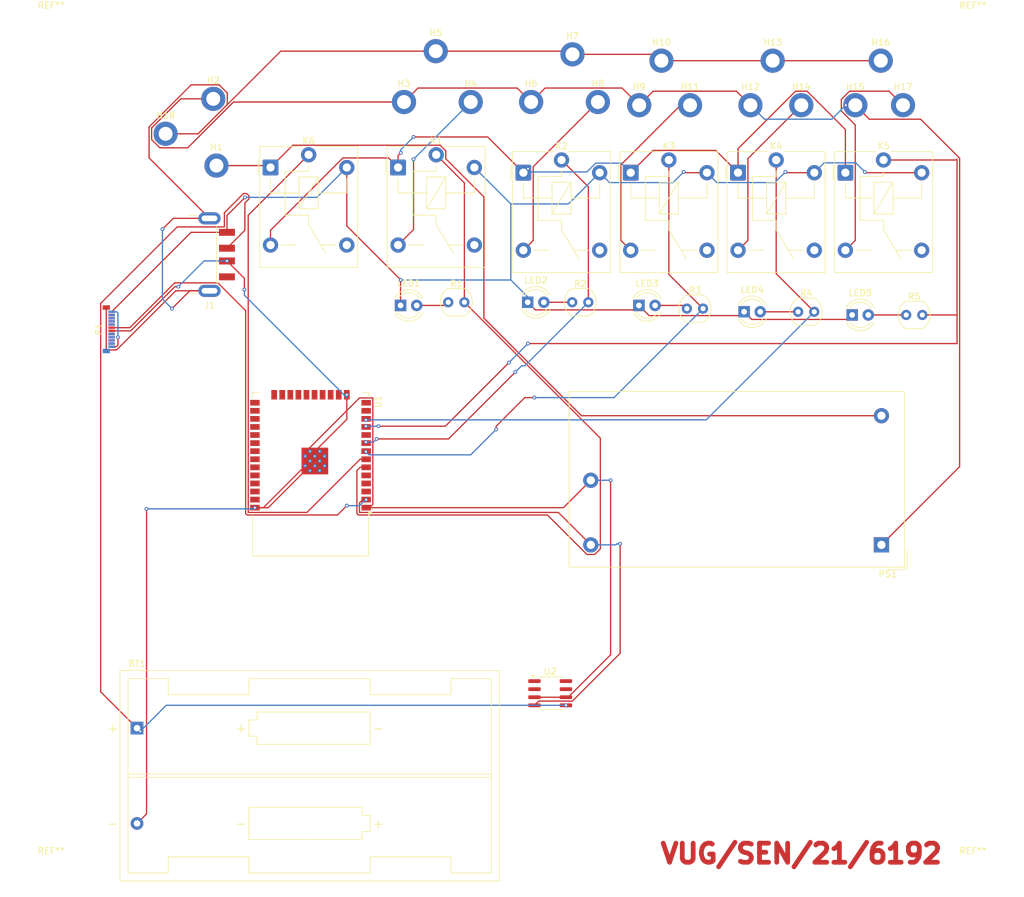
<source format=kicad_pcb>
(kicad_pcb (version 20241229) (generator "pcbnew") (generator_version "9.0")
  (title_block (title "Ephraim - Smart Extension") (date "2025-04-29") (rev "0.0.0"))
  (layers (0 "F.Cu" signal) (2 "B.Cu" signal) (13 "F.Paste" user) (15 "B.Paste" user) (5 "F.SilkS" user "F.Silkscreen") (7 "B.SilkS" user "B.Silkscreen") (1 "F.Mask" user) (3 "B.Mask" user) (25 "Edge.Cuts" user))
  (net 0 "")
  (net 1 "AC (L)")
  (net 2 "AC (N)")
  (net 3 "Net-(H4-Pad1)")
  (net 4 "Earth")
  (net 5 "Net-(H8-Pad1)")
  (net 6 "Net-(H11-Pad1)")
  (net 7 "Net-(H14-Pad1)")
  (net 8 "Net-(H17-Pad1)")
  (net 10 "Net-(K1-PadA1)")
  (net 11 "GND")
  (net 12 "IO34")
  (net 14 "IO33")
  (net 16 "IO32")
  (net 18 "IO27")
  (net 20 "IO26")
  (net 21 "IO35")
  (net 23 "Net-(LED1-A)")
  (net 24 "Net-(LED2-A)")
  (net 25 "Net-(LED3-A)")
  (net 26 "Net-(LED4-A)")
  (net 27 "Net-(LED5-A)")
  (net 28 "- BAT")
  (net 29 "+ V out")
  (net 58 "+ BAT")
  (footprint "MountingHole:MountingHole_2.2mm_M2_DIN965_Pad" (layer "F.Cu") (at 135 31.5)
    (property "Reference" "H7")
    (property "Value" "MountingHole_Pad")
  )
  (footprint "Connector_USB:USB_A_CNCTech_1001-011-01101_Horizontal" (layer "F.Cu") (at 71 63 180)
    (property "Reference" "J1")
    (property "Value" "USB_A")
  )
  (footprint "MountingHole:MountingHole_2.2mm_M2_DIN965_Pad" (layer "F.Cu") (at 171 39.5)
    (property "Reference" "H14")
    (property "Value" "MountingHole_Pad")
  )
  (footprint "Relay_THT:Relay_SPDT_Finder_36.11" (layer "F.Cu") (at 161.05 50.12)
    (property "Reference" "K4")
    (property "Value" "Relay_SPDT")
  )
  (footprint "LED_THT:LED_D4.0mm" (layer "F.Cu") (at 162 72)
    (property "Reference" "LED4")
    (property "Value" "LED")
  )
  (footprint "MountingHole:MountingHole_2.2mm_M2_DIN965_Pad" (layer "F.Cu") (at 113.5 31)
    (property "Reference" "H5")
    (property "Value" "MountingHole_Pad")
  )
  (footprint "MountingHole:MountingHole_2.2mm_M2_DIN965_Pad" (layer "F.Cu") (at 179.5 39.5)
    (property "Reference" "H15")
    (property "Value" "MountingHole_Pad")
  )
  (footprint "OptoDevice:R_LDR_4.9x4.2mm_P2.54mm_Vertical" (layer "F.Cu") (at 187.5 72.5)
    (property "Reference" "R5")
    (property "Value" "R")
  )
  (footprint "Relay_THT:Relay_SPDT_Finder_36.11" (layer "F.Cu") (at 107.5675 49.3)
    (property "Reference" "K1")
    (property "Value" "Relay_SPDT")
  )
  (footprint "OptoDevice:R_LDR_4.9x4.2mm_P2.54mm_Vertical" (layer "F.Cu") (at 170.5 72)
    (property "Reference" "R4")
    (property "Value" "R")
  )
  (footprint "MountingHole:MountingHole_2.1mm" (layer "F.Cu") (at 198 27)
    (property "Reference" "REF**")
    (property "Value" "MountingHole_2.1mm")
  )
  (footprint "Relay_THT:Relay_SPDT_Finder_36.11" (layer "F.Cu") (at 177.935 50.12)
    (property "Reference" "K5")
    (property "Value" "Relay_SPDT")
  )
  (footprint "LED_THT:LED_D4.0mm" (layer "F.Cu") (at 179 72.5)
    (property "Reference" "LED5")
    (property "Value" "LED")
  )
  (footprint "MountingHole:MountingHole_2.2mm_M2_DIN965_Pad" (layer "F.Cu") (at 128.5 39)
    (property "Reference" "H6")
    (property "Value" "MountingHole_Pad")
  )
  (footprint "MountingHole:MountingHole_2.2mm_M2_DIN965_Pad" (layer "F.Cu") (at 119 39)
    (property "Reference" "H4")
    (property "Value" "MountingHole_Pad")
  )
  (footprint "LED_THT:LED_D4.0mm" (layer "F.Cu") (at 107.96 71)
    (property "Reference" "LED1")
    (property "Value" "LED")
  )
  (footprint "MountingHole:MountingHole_2.2mm_M2_DIN965_Pad" (layer "F.Cu") (at 163 39.5)
    (property "Reference" "H12")
    (property "Value" "MountingHole_Pad")
  )
  (footprint "Connector_USB:USB_C_Plug_Molex_105444" (layer "F.Cu") (at 62.54 74.75 -90)
    (property "Reference" "P1")
    (property "Value" "USB_C_Plug_USB2.0")
  )
  (footprint "Package_SO:SOIC-8_3.9x4.9mm_P1.27mm" (layer "F.Cu") (at 131.5 132)
    (property "Reference" "U2")
    (property "Value" "MAX1811")
  )
  (footprint "LED_THT:LED_D4.0mm" (layer "F.Cu") (at 145.46 71)
    (property "Reference" "LED3")
    (property "Value" "LED")
  )
  (footprint "MountingHole:MountingHole_2.2mm_M2_DIN965_Pad" (layer "F.Cu") (at 153.5 39.5)
    (property "Reference" "H11")
    (property "Value" "MountingHole_Pad")
  )
  (footprint "Converter_ACDC:Converter_ACDC_Recom_RAC20-xxSK_THT" (layer "F.Cu") (at 183.6075 108.6675 180)
    (property "Reference" "PS1")
    (property "Value" "RAC20-05SK")
  )
  (footprint "OptoDevice:R_LDR_4.9x4.2mm_P2.54mm_Vertical" (layer "F.Cu") (at 134.96 70.5)
    (property "Reference" "R2")
    (property "Value" "R")
  )
  (footprint "MountingHole:MountingHole_2.2mm_M2_DIN965_Pad" (layer "F.Cu") (at 78.5 38.5)
    (property "Reference" "H2")
    (property "Value" "MountingHole_Pad")
  )
  (footprint "MountingHole:MountingHole_2.1mm" (layer "F.Cu") (at 198 160)
    (property "Reference" "REF**")
    (property "Value" "MountingHole_2.1mm")
  )
  (footprint "MountingHole:MountingHole_2.2mm_M2_DIN965_Pad" (layer "F.Cu") (at 71 44)
    (property "Reference" "H18")
    (property "Value" "MountingHole_Pad")
  )
  (footprint "OptoDevice:R_LDR_4.9x4.2mm_P2.54mm_Vertical" (layer "F.Cu") (at 115.46 70.5)
    (property "Reference" "R1")
    (property "Value" "R")
  )
  (footprint "Relay_THT:Relay_SPDT_Finder_36.11" (layer "F.Cu") (at 144.165 50.12)
    (property "Reference" "K3")
    (property "Value" "Relay_SPDT")
  )
  (footprint "Battery:BatteryHolder_Keystone_2462_2xAA" (layer "F.Cu") (at 66.5 137.5)
    (property "Reference" "BT1")
    (property "Value" "Battery")
  )
  (footprint "MountingHole:MountingHole_2.1mm" (layer "F.Cu") (at 53 27)
    (property "Reference" "REF**")
    (property "Value" "MountingHole_2.1mm")
  )
  (footprint "Relay_THT:Relay_SPDT_Finder_36.11" (layer "F.Cu") (at 87.5 49.3)
    (property "Reference" "K6")
    (property "Value" "Relay_SPDT")
  )
  (footprint "MountingHole:MountingHole_2.2mm_M2_DIN965_Pad" (layer "F.Cu") (at 108.5 39)
    (property "Reference" "H3")
    (property "Value" "MountingHole_Pad")
  )
  (footprint "RF_Module:ESP32-WROOM-32" (layer "F.Cu") (at 93.795 94.565 180)
    (property "Reference" "U1")
    (property "Value" "ESP32-WROOM-32")
  )
  (footprint "MountingHole:MountingHole_2.1mm" (layer "F.Cu") (at 53 160)
    (property "Reference" "REF**")
    (property "Value" "MountingHole_2.1mm")
  )
  (footprint "OptoDevice:R_LDR_4.9x4.2mm_P2.54mm_Vertical" (layer "F.Cu") (at 153 71.5)
    (property "Reference" "R3")
    (property "Value" "R")
  )
  (footprint "MountingHole:MountingHole_2.2mm_M2_DIN965_Pad" (layer "F.Cu") (at 166.5 32.5)
    (property "Reference" "H13")
    (property "Value" "MountingHole_Pad")
  )
  (footprint "MountingHole:MountingHole_2.2mm_M2_DIN965_Pad" (layer "F.Cu") (at 183.5 32.5)
    (property "Reference" "H16")
    (property "Value" "MountingHole_Pad")
  )
  (footprint "Relay_THT:Relay_SPDT_Finder_36.11" (layer "F.Cu") (at 127.28 50.12)
    (property "Reference" "K2")
    (property "Value" "Relay_SPDT")
  )
  (footprint "MountingHole:MountingHole_2.2mm_M2_DIN965_Pad" (layer "F.Cu") (at 187 39.5)
    (property "Reference" "H17")
    (property "Value" "MountingHole_Pad")
  )
  (footprint "MountingHole:MountingHole_2.2mm_M2_DIN965_Pad" (layer "F.Cu") (at 145.5 39.5)
    (property "Reference" "H9")
    (property "Value" "MountingHole_Pad")
  )
  (footprint "MountingHole:MountingHole_2.2mm_M2_DIN965_Pad" (layer "F.Cu") (at 149 32.5)
    (property "Reference" "H10")
    (property "Value" "MountingHole_Pad")
  )
  (footprint "MountingHole:MountingHole_2.2mm_M2_DIN965_Pad" (layer "F.Cu") (at 79 49)
    (property "Reference" "H1")
    (property "Value" "MountingHole_Pad")
  )
  (footprint "MountingHole:MountingHole_2.2mm_M2_DIN965_Pad" (layer "F.Cu") (at 139 39)
    (property "Reference" "H8")
    (property "Value" "MountingHole_Pad")
  )
  (footprint "LED_THT:LED_D4.0mm" (layer "F.Cu") (at 127.96 70.5)
    (property "Reference" "LED2")
    (property "Value" "LED")
  )
  (gr_text "VUG/SEN/21/6192" (at 148.5 159 0) (layer "F.Cu") (effects (font (size 3 3) (thickness 0.75) (bold yes)) (justify left bottom)))
  (segment (start 87.2 49) (end 87.5 49.3) (width 0.2) (layer "F.Cu") (net 1))
  (segment (start 121.0685 73.0014) (end 121.0685 53.921735) (width 0.2) (layer "F.Cu") (net 1))
  (segment (start 115.0685 46.678265) (end 114.189235 45.799) (width 0.2) (layer "F.Cu") (net 1))
  (segment (start 115.0685 47.921735) (end 115.0685 46.678265) (width 0.2) (layer "F.Cu") (net 1))
  (segment (start 114.189235 45.799) (end 91.001 45.799) (width 0.2) (layer "F.Cu") (net 1))
  (segment (start 79 49) (end 87.2 49) (width 0.2) (layer "F.Cu") (net 1))
  (segment (start 136.4146 88.3475) (end 121.0685 73.0014) (width 0.2) (layer "F.Cu") (net 1))
  (segment (start 121.0685 53.921735) (end 115.0685 47.921735) (width 0.2) (layer "F.Cu") (net 1))
  (segment (start 91.001 45.799) (end 87.5 49.3) (width 0.2) (layer "F.Cu") (net 1))
  (segment (start 183.6075 88.3475) (end 136.4146 88.3475) (width 0.2) (layer "F.Cu") (net 1))
  (segment (start 68.799 43.088315) (end 73.387315 38.5) (width 0.2) (layer "F.Cu") (net 2))
  (segment (start 195.901 96.374) (end 195.901 47.8339) (width 0.2) (layer "F.Cu") (net 2))
  (segment (start 147.701 37.299) (end 145.5 39.5) (width 0.2) (layer "F.Cu") (net 2))
  (segment (start 130.701 36.799) (end 128.5 39) (width 0.2) (layer "F.Cu") (net 2))
  (segment (start 74.478785 46.201) (end 70.088315 46.201) (width 0.2) (layer "F.Cu") (net 2))
  (segment (start 128.5 39) (end 126.299 36.799) (width 0.2) (layer "F.Cu") (net 2))
  (segment (start 68.799 44.911685) (end 68.799 43.088315) (width 0.2) (layer "F.Cu") (net 2))
  (segment (start 81.679785 39) (end 74.478785 46.201) (width 0.2) (layer "F.Cu") (net 2))
  (segment (start 195.901 47.8339) (end 189.7681 41.701) (width 0.2) (layer "F.Cu") (net 2))
  (segment (start 183.6075 108.6675) (end 195.901 96.374) (width 0.2) (layer "F.Cu") (net 2))
  (segment (start 142.799 36.799) (end 130.701 36.799) (width 0.2) (layer "F.Cu") (net 2))
  (segment (start 110.701 36.799) (end 108.5 39) (width 0.2) (layer "F.Cu") (net 2))
  (segment (start 126.299 36.799) (end 110.701 36.799) (width 0.2) (layer "F.Cu") (net 2))
  (segment (start 179.5 39.5) (end 178 39.5) (width 0.2) (layer "F.Cu") (net 2))
  (segment (start 70.088315 46.201) (end 68.799 44.911685) (width 0.2) (layer "F.Cu") (net 2))
  (segment (start 189.7681 41.701) (end 181.701 41.701) (width 0.2) (layer "F.Cu") (net 2))
  (segment (start 73.387315 38.5) (end 78.5 38.5) (width 0.2) (layer "F.Cu") (net 2))
  (segment (start 160.799 37.299) (end 147.701 37.299) (width 0.2) (layer "F.Cu") (net 2))
  (segment (start 145.5 39.5) (end 142.799 36.799) (width 0.2) (layer "F.Cu") (net 2))
  (segment (start 181.701 41.701) (end 179.5 39.5) (width 0.2) (layer "F.Cu") (net 2))
  (segment (start 108.5 39) (end 81.679785 39) (width 0.2) (layer "F.Cu") (net 2))
  (segment (start 163 39.5) (end 160.799 37.299) (width 0.2) (layer "F.Cu") (net 2))
  (via (at 178 39.5) (size 0.6) (drill 0.3) (layers "F.Cu" "B.Cu") (net 2))
  (segment (start 175.799 41.701) (end 165.201 41.701) (width 0.2) (layer "B.Cu") (net 2))
  (segment (start 165.201 41.701) (end 163 39.5) (width 0.2) (layer "B.Cu") (net 2))
  (segment (start 178 39.5) (end 175.799 41.701) (width 0.2) (layer "B.Cu") (net 2))
  (segment (start 107.5675 61.5) (end 110 59.0675) (width 0.2) (layer "F.Cu") (net 3))
  (segment (start 110 59.0675) (end 110 48) (width 0.2) (layer "F.Cu") (net 3))
  (segment (start 119 38.5) (end 119 39) (width 0.2) (layer "F.Cu") (net 3))
  (via (at 110 48) (size 0.6) (drill 0.3) (layers "F.Cu" "B.Cu") (net 3))
  (segment (start 110 48) (end 119 39) (width 0.2) (layer "B.Cu") (net 3))
  (segment (start 74.8 68.7) (end 77.9 68.7) (width 0.2) (layer "F.Cu") (net 4))
  (segment (start 76.112685 44) (end 71 44) (width 0.2) (layer "F.Cu") (net 4))
  (segment (start 134.5 31) (end 135 31.5) (width 0.2) (layer "F.Cu") (net 4))
  (segment (start 68.398 42.922215) (end 75.021215 36.299) (width 0.2) (layer "F.Cu") (net 4))
  (segment (start 80.701 39.411685) (end 76.112685 44) (width 0.2) (layer "F.Cu") (net 4))
  (segment (start 72 71.5) (end 74.8 68.7) (width 0.2) (layer "F.Cu") (net 4))
  (segment (start 113.5 31) (end 134.5 31) (width 0.2) (layer "F.Cu") (net 4))
  (segment (start 149 32.5) (end 166.5 32.5) (width 0.2) (layer "F.Cu") (net 4))
  (segment (start 166.5 32.5) (end 183.5 32.5) (width 0.2) (layer "F.Cu") (net 4))
  (segment (start 113.5 31) (end 89.112685 31) (width 0.2) (layer "F.Cu") (net 4))
  (segment (start 89.112685 31) (end 76.112685 44) (width 0.2) (layer "F.Cu") (net 4))
  (segment (start 80.701 37.588315) (end 80.701 39.411685) (width 0.2) (layer "F.Cu") (net 4))
  (segment (start 63.292 78) (end 72.592 68.7) (width 0.2) (layer "F.Cu") (net 4))
  (segment (start 77.9 57.3) (end 72.2 57.3) (width 0.2) (layer "F.Cu") (net 4))
  (segment (start 72.592 68.7) (end 77.9 68.7) (width 0.2) (layer "F.Cu") (net 4))
  (segment (start 77.9 57.3) (end 68.398 47.798) (width 0.2) (layer "F.Cu") (net 4))
  (segment (start 79.411685 36.299) (end 80.701 37.588315) (width 0.2) (layer "F.Cu") (net 4))
  (segment (start 75.021215 36.299) (end 79.411685 36.299) (width 0.2) (layer "F.Cu") (net 4))
  (segment (start 72.2 57.3) (end 70.5 59) (width 0.2) (layer "F.Cu") (net 4))
  (segment (start 61.5 78) (end 63.292 78) (width 0.2) (layer "F.Cu") (net 4))
  (segment (start 148 31.5) (end 149 32.5) (width 0.2) (layer "F.Cu") (net 4))
  (segment (start 135 31.5) (end 148 31.5) (width 0.2) (layer "F.Cu") (net 4))
  (segment (start 61.66 77.84) (end 61.5 78) (width 0.2) (layer "F.Cu") (net 4))
  (segment (start 61.66 71.33) (end 61.66 77.84) (width 0.2) (layer "F.Cu") (net 4))
  (segment (start 68.398 47.798) (end 68.398 42.922215) (width 0.2) (layer "F.Cu") (net 4))
  (via (at 72 71.5) (size 0.6) (drill 0.3) (layers "F.Cu" "B.Cu") (net 4))
  (via (at 70.5 59) (size 0.6) (drill 0.3) (layers "F.Cu" "B.Cu") (net 4))
  (segment (start 70.5 70) (end 72 71.5) (width 0.2) (layer "B.Cu") (net 4))
  (segment (start 70.5 59) (end 70.5 70) (width 0.2) (layer "B.Cu") (net 4))
  (segment (start 128.831 49.169) (end 139 39) (width 0.2) (layer "F.Cu") (net 5))
  (segment (start 127.28 62.32) (end 128.831 60.769) (width 0.2) (layer "F.Cu") (net 5))
  (segment (start 128.831 60.769) (end 128.831 49.169) (width 0.2) (layer "F.Cu") (net 5))
  (segment (start 144.165 62.32) (end 142.614 60.769) (width 0.2) (layer "F.Cu") (net 6))
  (segment (start 142.614 60.769) (end 142.614 48.88484) (width 0.2) (layer "F.Cu") (net 6))
  (segment (start 142.614 48.88484) (end 151.99884 39.5) (width 0.2) (layer "F.Cu") (net 6))
  (segment (start 151.99884 39.5) (end 153.5 39.5) (width 0.2) (layer "F.Cu") (net 6))
  (segment (start 162.601 60.769) (end 162.601 47.899) (width 0.2) (layer "F.Cu") (net 7))
  (segment (start 162.601 47.899) (end 171 39.5) (width 0.2) (layer "F.Cu") (net 7))
  (segment (start 161.05 62.32) (end 162.601 60.769) (width 0.2) (layer "F.Cu") (net 7))
  (segment (start 184.799 37.299) (end 187 39.5) (width 0.2) (layer "F.Cu") (net 8))
  (segment (start 178.588315 37.299) (end 184.799 37.299) (width 0.2) (layer "F.Cu") (net 8))
  (segment (start 177.299 38.588315) (end 178.588315 37.299) (width 0.2) (layer "F.Cu") (net 8))
  (segment (start 177.935 62.32) (end 179.486 60.769) (width 0.2) (layer "F.Cu") (net 8))
  (segment (start 179.486 60.769) (end 179.486 42.598685) (width 0.2) (layer "F.Cu") (net 8))
  (segment (start 177.299 40.411685) (end 177.299 38.588315) (width 0.2) (layer "F.Cu") (net 8))
  (segment (start 179.486 42.598685) (end 177.299 40.411685) (width 0.2) (layer "F.Cu") (net 8))
  (segment (start 157.549 46.619) (end 147.666 46.619) (width 0.2) (layer "F.Cu") (net 10))
  (segment (start 147.666 46.619) (end 144.165 50.12) (width 0.2) (layer "F.Cu") (net 10))
  (segment (start 161.05 50.12) (end 157.549 46.619) (width 0.2) (layer "F.Cu") (net 10))
  (segment (start 170.088315 37.299) (end 161.05 46.337315) (width 0.2) (layer "F.Cu") (net 10))
  (segment (start 121.66 44.5) (end 127.28 50.12) (width 0.2) (layer "F.Cu") (net 10))
  (segment (start 127.28 50.12) (end 127.38 50.12) (width 0.2) (layer "F.Cu") (net 10))
  (segment (start 161.05 46.337315) (end 161.05 50.12) (width 0.2) (layer "F.Cu") (net 10))
  (segment (start 177.935 43.322315) (end 171.911685 37.299) (width 0.2) (layer "F.Cu") (net 10))
  (segment (start 110 44.5) (end 121.66 44.5) (width 0.2) (layer "F.Cu") (net 10))
  (segment (start 107.5675 49.3) (end 107.5675 47.4325) (width 0.2) (layer "F.Cu") (net 10))
  (segment (start 98.878265 47.799) (end 106.0665 47.799) (width 0.2) (layer "F.Cu") (net 10))
  (segment (start 127.38 50.12) (end 128 49.5) (width 0.2) (layer "F.Cu") (net 10))
  (segment (start 171.911685 37.299) (end 170.088315 37.299) (width 0.2) (layer "F.Cu") (net 10))
  (segment (start 177.935 50.12) (end 177.935 43.322315) (width 0.2) (layer "F.Cu") (net 10))
  (segment (start 87.5 61.5) (end 87.5 59.177265) (width 0.2) (layer "F.Cu") (net 10))
  (segment (start 106.0665 47.799) (end 107.5675 49.3) (width 0.2) (layer "F.Cu") (net 10))
  (segment (start 87.5 59.177265) (end 98.878265 47.799) (width 0.2) (layer "F.Cu") (net 10))
  (segment (start 107.5675 47.4325) (end 108 47) (width 0.2) (layer "F.Cu") (net 10))
  (via (at 108 47) (size 0.6) (drill 0.3) (layers "F.Cu" "B.Cu") (net 10))
  (via (at 110 44.5) (size 0.6) (drill 0.3) (layers "F.Cu" "B.Cu") (net 10))
  (via (at 128 49.5) (size 0.6) (drill 0.3) (layers "F.Cu" "B.Cu") (net 10))
  (segment (start 128.5 50) (end 137.277265 50) (width 0.2) (layer "B.Cu") (net 10))
  (segment (start 108 47) (end 108 46.5) (width 0.2) (layer "B.Cu") (net 10))
  (segment (start 138.658265 48.619) (end 142.664 48.619) (width 0.2) (layer "B.Cu") (net 10))
  (segment (start 128 49.5) (end 128.5 50) (width 0.2) (layer "B.Cu") (net 10))
  (segment (start 142.664 48.619) (end 144.165 50.12) (width 0.2) (layer "B.Cu") (net 10))
  (segment (start 108 46.5) (end 110 44.5) (width 0.2) (layer "B.Cu") (net 10))
  (segment (start 137.277265 50) (end 138.658265 48.619) (width 0.2) (layer "B.Cu") (net 10))
  (segment (start 62.5 72) (end 75 59.5) (width 0.2) (layer "F.Cu") (net 11))
  (segment (start 107.96 71) (end 107.96 67.04) (width 0.2) (layer "F.Cu") (net 11))
  (segment (start 75 59.5) (end 80.65 59.5) (width 0.2) (layer "F.Cu") (net 11))
  (segment (start 99.5 58.5) (end 99.5 49.3) (width 0.2) (layer "F.Cu") (net 11))
  (segment (start 162 72) (end 163.201 73.201) (width 0.2) (layer "F.Cu") (net 11))
  (segment (start 63.5 77.2249) (end 63.5 76) (width 0.2) (layer "F.Cu") (net 11))
  (segment (start 80.65 59.5) (end 80.65 56.85) (width 0.2) (layer "F.Cu") (net 11))
  (segment (start 161.399 72.601) (end 162 72) (width 0.2) (layer "F.Cu") (net 11))
  (segment (start 168.62 50.12) (end 168.5 50) (width 0.2) (layer "F.Cu") (net 11))
  (segment (start 189.935 50.12) (end 181.12 50.12) (width 0.2) (layer "F.Cu") (net 11))
  (segment (start 80.65 56.85) (end 83.5 54) (width 0.2) (layer "F.Cu") (net 11))
  (segment (start 152.62 50.12) (end 152.5 50) (width 0.2) (layer "F.Cu") (net 11))
  (segment (start 63.2249 77.5) (end 63.5 77.2249) (width 0.2) (layer "F.Cu") (net 11))
  (segment (start 178.299 73.201) (end 179 72.5) (width 0.2) (layer "F.Cu") (net 11))
  (segment (start 156.165 50.12) (end 152.62 50.12) (width 0.2) (layer "F.Cu") (net 11))
  (segment (start 147.061 72.601) (end 161.399 72.601) (width 0.2) (layer "F.Cu") (net 11))
  (segment (start 173.05 50.12) (end 168.62 50.12) (width 0.2) (layer "F.Cu") (net 11))
  (segment (start 107.96 67.04) (end 108 67) (width 0.2) (layer "F.Cu") (net 11))
  (segment (start 108 67) (end 99.5 58.5) (width 0.2) (layer "F.Cu") (net 11))
  (segment (start 163.201 73.201) (end 178.299 73.201) (width 0.2) (layer "F.Cu") (net 11))
  (segment (start 144.759 71.701) (end 145.46 71) (width 0.2) (layer "F.Cu") (net 11))
  (segment (start 129.161 71.701) (end 144.759 71.701) (width 0.2) (layer "F.Cu") (net 11))
  (segment (start 181.12 50.12) (end 181 50) (width 0.2) (layer "F.Cu") (net 11))
  (segment (start 62.5 77.5) (end 63.2249 77.5) (width 0.2) (layer "F.Cu") (net 11))
  (segment (start 145.46 71) (end 147.061 72.601) (width 0.2) (layer "F.Cu") (net 11))
  (segment (start 127.96 70.5) (end 129.161 71.701) (width 0.2) (layer "F.Cu") (net 11))
  (via (at 168.5 50) (size 0.6) (drill 0.3) (layers "F.Cu" "B.Cu") (net 11))
  (via (at 181 50) (size 0.6) (drill 0.3) (layers "F.Cu" "B.Cu") (net 11))
  (via (at 152.5 50) (size 0.6) (drill 0.3) (layers "F.Cu" "B.Cu") (net 11))
  (via (at 83.5 54) (size 0.6) (drill 0.3) (layers "F.Cu" "B.Cu") (net 11))
  (via (at 108 67) (size 0.6) (drill 0.3) (layers "F.Cu" "B.Cu") (net 11))
  (via (at 63.5 76) (size 0.6) (drill 0.3) (layers "F.Cu" "B.Cu") (net 11))
  (segment (start 125.301529 55.034029) (end 134.365971 55.034029) (width 0.2) (layer "B.Cu") (net 11))
  (segment (start 63.5 72.208) (end 63.292 72) (width 0.2) (layer "B.Cu") (net 11))
  (segment (start 157.716 51.671) (end 156.165 50.12) (width 0.2) (layer "B.Cu") (net 11))
  (segment (start 63.292 72) (end 62.5 72) (width 0.2) (layer "B.Cu") (net 11))
  (segment (start 134.365971 55.034029) (end 139.28 50.12) (width 0.2) (layer "B.Cu") (net 11))
  (segment (start 108 67) (end 125.301529 67) (width 0.2) (layer "B.Cu") (net 11))
  (segment (start 140.831 51.671) (end 139.28 50.12) (width 0.2) (layer "B.Cu") (net 11))
  (segment (start 127.96 69.658471) (end 127.96 70.5) (width 0.2) (layer "B.Cu") (net 11))
  (segment (start 152.5 50) (end 150.829 51.671) (width 0.2) (layer "B.Cu") (net 11))
  (segment (start 174.601 48.569) (end 173.05 50.12) (width 0.2) (layer "B.Cu") (net 11))
  (segment (start 168.5 50) (end 166.829 51.671) (width 0.2) (layer "B.Cu") (net 11))
  (segment (start 125.301529 67) (end 127.96 69.658471) (width 0.2) (layer "B.Cu") (net 11))
  (segment (start 181 50) (end 179.569 48.569) (width 0.2) (layer "B.Cu") (net 11))
  (segment (start 125.301529 55.034029) (end 119.5675 49.3) (width 0.2) (layer "B.Cu") (net 11))
  (segment (start 63.5 76) (end 63.5 72.208) (width 0.2) (layer "B.Cu") (net 11))
  (segment (start 125.301529 67) (end 125.301529 55.034029) (width 0.2) (layer "B.Cu") (net 11))
  (segment (start 150.829 51.671) (end 140.831 51.671) (width 0.2) (layer "B.Cu") (net 11))
  (segment (start 94.8 54) (end 99.5 49.3) (width 0.2) (layer "B.Cu") (net 11))
  (segment (start 83.5 54) (end 94.8 54) (width 0.2) (layer "B.Cu") (net 11))
  (segment (start 166.829 51.671) (end 157.716 51.671) (width 0.2) (layer "B.Cu") (net 11))
  (segment (start 179.569 48.569) (end 174.601 48.569) (width 0.2) (layer "B.Cu") (net 11))
  (segment (start 101.093 96.967) (end 101.093 103.7321) (width 0.2) (layer "F.Cu") (net 12))
  (segment (start 101.595 96.465) (end 101.093 96.967) (width 0.2) (layer "F.Cu") (net 12))
  (segment (start 118 51.7325) (end 113.5675 47.3) (width 0.2) (layer "F.Cu") (net 12))
  (segment (start 102.545 96.465) (end 101.595 96.465) (width 0.2) (layer "F.Cu") (net 12))
  (segment (start 139.3885 109.289235) (end 139.3885 91.8885) (width 0.2) (layer "F.Cu") (net 12))
  (segment (start 118 70.5) (end 118 51.7325) (width 0.2) (layer "F.Cu") (net 12))
  (segment (start 131.064265 103.967) (end 137.265765 110.1685) (width 0.2) (layer "F.Cu") (net 12))
  (segment (start 101.3279 103.967) (end 131.064265 103.967) (width 0.2) (layer "F.Cu") (net 12))
  (segment (start 139.3885 91.8885) (end 118 70.5) (width 0.2) (layer "F.Cu") (net 12))
  (segment (start 101.093 103.7321) (end 101.3279 103.967) (width 0.2) (layer "F.Cu") (net 12))
  (segment (start 137.265765 110.1685) (end 138.509235 110.1685) (width 0.2) (layer "F.Cu") (net 12))
  (segment (start 138.509235 110.1685) (end 139.3885 109.289235) (width 0.2) (layer "F.Cu") (net 12))
  (segment (start 102.545 92.545) (end 102.5 92.5) (width 0.2) (layer "F.Cu") (net 14))
  (segment (start 115.5 92) (end 126 81.5) (width 0.2) (layer "F.Cu") (net 14))
  (segment (start 137.5 52.34) (end 133.28 48.12) (width 0.2) (layer "F.Cu") (net 14))
  (segment (start 104.196 92) (end 115.5 92) (width 0.2) (layer "F.Cu") (net 14))
  (segment (start 137.5 70.5) (end 137.5 52.34) (width 0.2) (layer "F.Cu") (net 14))
  (segment (start 102.545 92.655) (end 102.545 92.545) (width 0.2) (layer "F.Cu") (net 14))
  (via (at 126 81.5) (size 0.6) (drill 0.3) (layers "F.Cu" "B.Cu") (net 14))
  (via (at 104.196 92) (size 0.6) (drill 0.3) (layers "F.Cu" "B.Cu") (net 14))
  (via (at 102.5 92.5) (size 0.6) (drill 0.3) (layers "F.Cu" "B.Cu") (net 14))
  (segment (start 127.5 80.5) (end 137.5 70.5) (width 0.2) (layer "B.Cu") (net 14))
  (segment (start 126 81.5) (end 127 80.5) (width 0.2) (layer "B.Cu") (net 14))
  (segment (start 103.696 92.5) (end 104.196 92) (width 0.2) (layer "B.Cu") (net 14))
  (segment (start 127 80.5) (end 127.5 80.5) (width 0.2) (layer "B.Cu") (net 14))
  (segment (start 102.5 92.5) (end 103.696 92.5) (width 0.2) (layer "B.Cu") (net 14))
  (segment (start 150.165 66.125) (end 150.165 48.12) (width 0.2) (layer "F.Cu") (net 16))
  (segment (start 127.5 85.5) (end 129 85.5) (width 0.2) (layer "F.Cu") (net 16))
  (segment (start 155.54 71.5) (end 150.165 66.125) (width 0.2) (layer "F.Cu") (net 16))
  (segment (start 123 90) (end 127.5 85.5) (width 0.2) (layer "F.Cu") (net 16))
  (segment (start 102.545 93.955) (end 102.5 94) (width 0.2) (layer "F.Cu") (net 16))
  (segment (start 102.545 93.925) (end 102.545 93.955) (width 0.2) (layer "F.Cu") (net 16))
  (segment (start 123 90.5) (end 123 90) (width 0.2) (layer "F.Cu") (net 16))
  (via (at 102.5 94) (size 0.6) (drill 0.3) (layers "F.Cu" "B.Cu") (net 16))
  (via (at 129 85.5) (size 0.6) (drill 0.3) (layers "F.Cu" "B.Cu") (net 16))
  (via (at 123 90.5) (size 0.6) (drill 0.3) (layers "F.Cu" "B.Cu") (net 16))
  (segment (start 119 94.5) (end 123 90.5) (width 0.2) (layer "B.Cu") (net 16))
  (segment (start 141.54 85.5) (end 155.54 71.5) (width 0.2) (layer "B.Cu") (net 16))
  (segment (start 102.5 94) (end 103 94.5) (width 0.2) (layer "B.Cu") (net 16))
  (segment (start 103 94.5) (end 119 94.5) (width 0.2) (layer "B.Cu") (net 16))
  (segment (start 129 85.5) (end 141.54 85.5) (width 0.2) (layer "B.Cu") (net 16))
  (segment (start 102.545 88.845) (end 102.545 88.955) (width 0.2) (layer "F.Cu") (net 18))
  (segment (start 102.545 88.955) (end 102.5 89) (width 0.2) (layer "F.Cu") (net 18))
  (segment (start 167.05 66.01) (end 167.05 48.12) (width 0.2) (layer "F.Cu") (net 18))
  (segment (start 173.04 72) (end 167.05 66.01) (width 0.2) (layer "F.Cu") (net 18))
  (via (at 102.5 89) (size 0.6) (drill 0.3) (layers "F.Cu" "B.Cu") (net 18))
  (segment (start 156.04 89) (end 173.04 72) (width 0.2) (layer "B.Cu") (net 18))
  (segment (start 102.5 89) (end 156.04 89) (width 0.2) (layer "B.Cu") (net 18))
  (segment (start 128 77) (end 195.5 77) (width 0.2) (layer "F.Cu") (net 20))
  (segment (start 195.5 72.5) (end 195.5 48) (width 0.2) (layer "F.Cu") (net 20))
  (segment (start 102.545 90.115) (end 102.545 90.045) (width 0.2) (layer "F.Cu") (net 20))
  (segment (start 195.5 77) (end 195.5 72.5) (width 0.2) (layer "F.Cu") (net 20))
  (segment (start 195.5 48) (end 195.38 48.12) (width 0.2) (layer "F.Cu") (net 20))
  (segment (start 102.545 90.045) (end 102.5 90) (width 0.2) (layer "F.Cu") (net 20))
  (segment (start 104.5 90) (end 115 90) (width 0.2) (layer "F.Cu") (net 20))
  (segment (start 190.04 72.5) (end 195.5 72.5) (width 0.2) (layer "F.Cu") (net 20))
  (segment (start 195.38 48.12) (end 183.935 48.12) (width 0.2) (layer "F.Cu") (net 20))
  (segment (start 115 90) (end 125 80) (width 0.2) (layer "F.Cu") (net 20))
  (via (at 128 77) (size 0.6) (drill 0.3) (layers "F.Cu" "B.Cu") (net 20))
  (via (at 125 80) (size 0.6) (drill 0.3) (layers "F.Cu" "B.Cu") (net 20))
  (via (at 102.5 90) (size 0.6) (drill 0.3) (layers "F.Cu" "B.Cu") (net 20))
  (via (at 104.5 90) (size 0.6) (drill 0.3) (layers "F.Cu" "B.Cu") (net 20))
  (segment (start 102.5 90) (end 104.5 90) (width 0.2) (layer "B.Cu") (net 20))
  (segment (start 125 80) (end 128 77) (width 0.2) (layer "B.Cu") (net 20))
  (segment (start 102.545 95.195) (end 101.595 95.195) (width 0.2) (layer "F.Cu") (net 21))
  (segment (start 83.994 103.566) (end 83.994 56.806) (width 0.2) (layer "F.Cu") (net 21))
  (segment (start 101.595 95.195) (end 93.224 103.566) (width 0.2) (layer "F.Cu") (net 21))
  (segment (start 83.994 56.806) (end 93.5 47.3) (width 0.2) (layer "F.Cu") (net 21))
  (segment (start 93.224 103.566) (end 83.994 103.566) (width 0.2) (layer "F.Cu") (net 21))
  (segment (start 114.96 71) (end 115.46 70.5) (width 0.2) (layer "F.Cu") (net 23))
  (segment (start 110.5 71) (end 114.96 71) (width 0.2) (layer "F.Cu") (net 23))
  (segment (start 130.5 70.5) (end 134.96 70.5) (width 0.2) (layer "F.Cu") (net 24))
  (segment (start 148 71) (end 152.5 71) (width 0.2) (layer "F.Cu") (net 25))
  (segment (start 152.5 71) (end 153 71.5) (width 0.2) (layer "F.Cu") (net 25))
  (segment (start 164.54 72) (end 170.5 72) (width 0.2) (layer "F.Cu") (net 26))
  (segment (start 181.54 72.5) (end 187.5 72.5) (width 0.2) (layer "F.Cu") (net 27))
  (segment (start 62.5 75) (end 65.5 75) (width 0.2) (layer "F.Cu") (net 28))
  (segment (start 92.95 97) (end 92.95 94.098) (width 0.2) (layer "F.Cu") (net 28))
  (segment (start 102.545 102.815) (end 133.58 102.815) (width 0.2) (layer "F.Cu") (net 28))
  (segment (start 94.475 93.95) (end 99.505 88.92) (width 0.2) (layer "F.Cu") (net 28))
  (segment (start 133.58 102.815) (end 137.8875 98.5075) (width 0.2) (layer "F.Cu") (net 28))
  (segment (start 86.3725 102.815) (end 93.7125 95.475) (width 0.2) (layer "F.Cu") (net 28))
  (segment (start 87.135 102.815) (end 85.045 102.815) (width 0.2) (layer "F.Cu") (net 28))
  (segment (start 103.077 102.815) (end 102.545 102.815) (width 0.2) (layer "F.Cu") (net 28))
  (segment (start 141 125.956968) (end 141 98.5) (width 0.2) (layer "F.Cu") (net 28))
  (segment (start 92.95 94.098) (end 101.494 85.554) (width 0.2) (layer "F.Cu") (net 28))
  (segment (start 133.975 132.635) (end 134.321968 132.635) (width 0.2) (layer "F.Cu") (net 28))
  (segment (start 101.494 85.554) (end 103.596 85.554) (width 0.2) (layer "F.Cu") (net 28))
  (segment (start 129.025 132.635) (end 133.975 132.635) (width 0.2) (layer "F.Cu") (net 28))
  (segment (start 103.596 85.554) (end 103.596 102.296) (width 0.2) (layer "F.Cu") (net 28))
  (segment (start 85.045 102.815) (end 86.3725 102.815) (width 0.2) (layer "F.Cu") (net 28))
  (segment (start 134.321968 132.635) (end 141 125.956968) (width 0.2) (layer "F.Cu") (net 28))
  (segment (start 99.505 88.92) (end 99.505 85.055) (width 0.2) (layer "F.Cu") (net 28))
  (segment (start 80.65 64) (end 83.394 66.744) (width 0.2) (layer "F.Cu") (net 28))
  (segment (start 103.596 102.296) (end 103.077 102.815) (width 0.2) (layer "F.Cu") (net 28))
  (segment (start 66.5 152.49) (end 68 150.99) (width 0.2) (layer "F.Cu") (net 28))
  (segment (start 83.394 66.744) (end 83.394 68.5) (width 0.2) (layer "F.Cu") (net 28))
  (segment (start 94.475 94.7125) (end 93.7125 93.95) (width 0.2) (layer "F.Cu") (net 28))
  (segment (start 72.451 68.049) (end 73 68.049) (width 0.2) (layer "F.Cu") (net 28))
  (segment (start 68 150.99) (end 68 103) (width 0.2) (layer "F.Cu") (net 28))
  (segment (start 92.95 97) (end 87.135 102.815) (width 0.2) (layer "F.Cu") (net 28))
  (segment (start 65.5 75) (end 72.451 68.049) (width 0.2) (layer "F.Cu") (net 28))
  (via (at 99.505 85.055) (size 0.6) (drill 0.3) (layers "F.Cu" "B.Cu") (net 28))
  (via (at 83.394 68.5) (size 0.6) (drill 0.3) (layers "F.Cu" "B.Cu") (net 28))
  (via (at 85.045 102.815) (size 0.6) (drill 0.3) (layers "F.Cu" "B.Cu") (net 28))
  (via (at 141 98.5) (size 0.6) (drill 0.3) (layers "F.Cu" "B.Cu") (net 28))
  (via (at 68 103) (size 0.6) (drill 0.3) (layers "F.Cu" "B.Cu") (net 28))
  (via (at 80.65 64) (size 0.6) (drill 0.3) (layers "F.Cu" "B.Cu") (net 28))
  (via (at 73 68.049) (size 0.6) (drill 0.3) (layers "F.Cu" "B.Cu") (net 28))
  (segment (start 77.049 64) (end 80.65 64) (width 0.2) (layer "B.Cu") (net 28))
  (segment (start 140 98.5) (end 139.9925 98.5075) (width 0.2) (layer "B.Cu") (net 28))
  (segment (start 73 68.049) (end 77.049 64) (width 0.2) (layer "B.Cu") (net 28))
  (segment (start 99.5 85.5) (end 99.5 85.06) (width 0.2) (layer "B.Cu") (net 28))
  (segment (start 83.394 69.394) (end 99.5 85.5) (width 0.2) (layer "B.Cu") (net 28))
  (segment (start 139.9925 98.5075) (end 137.8875 98.5075) (width 0.2) (layer "B.Cu") (net 28))
  (segment (start 84.86 103) (end 85.045 102.815) (width 0.2) (layer "B.Cu") (net 28))
  (segment (start 99.5 85.06) (end 99.505 85.055) (width 0.2) (layer "B.Cu") (net 28))
  (segment (start 83.394 68.5) (end 83.394 69.394) (width 0.2) (layer "B.Cu") (net 28))
  (segment (start 141 98.5) (end 140 98.5) (width 0.2) (layer "B.Cu") (net 28))
  (segment (start 68 103) (end 84.86 103) (width 0.2) (layer "B.Cu") (net 28))
  (segment (start 62.5 74.5) (end 65.374206 74.5) (width 0.2) (layer "F.Cu") (net 29))
  (segment (start 79.218181 67.449) (end 83.593 71.823819) (width 0.2) (layer "F.Cu") (net 29))
  (segment (start 101.494 102.064) (end 102.013 101.545) (width 0.2) (layer "F.Cu") (net 29))
  (segment (start 142.5 125.726968) (end 142.5 108.5) (width 0.2) (layer "F.Cu") (net 29))
  (segment (start 101.494 103.566) (end 101.494 102.064) (width 0.2) (layer "F.Cu") (net 29))
  (segment (start 102.013 101.545) (end 102.545 101.545) (width 0.2) (layer "F.Cu") (net 29))
  (segment (start 83.8279 103.967) (end 98.033 103.967) (width 0.2) (layer "F.Cu") (net 29))
  (segment (start 129.025 133.905) (end 129.694 133.236) (width 0.2) (layer "F.Cu") (net 29))
  (segment (start 83.593 71.823819) (end 83.593 103.7321) (width 0.2) (layer "F.Cu") (net 29))
  (segment (start 134.990968 133.236) (end 142.5 125.726968) (width 0.2) (layer "F.Cu") (net 29))
  (segment (start 98.033 103.967) (end 99.5 102.5) (width 0.2) (layer "F.Cu") (net 29))
  (segment (start 129.694 133.236) (end 134.990968 133.236) (width 0.2) (layer "F.Cu") (net 29))
  (segment (start 72.425206 67.449) (end 79.218181 67.449) (width 0.2) (layer "F.Cu") (net 29))
  (segment (start 65.374206 74.5) (end 72.425206 67.449) (width 0.2) (layer "F.Cu") (net 29))
  (segment (start 83.593 103.7321) (end 83.8279 103.967) (width 0.2) (layer "F.Cu") (net 29))
  (segment (start 132.786 103.566) (end 101.494 103.566) (width 0.2) (layer "F.Cu") (net 29))
  (segment (start 137.8875 108.6675) (end 132.786 103.566) (width 0.2) (layer "F.Cu") (net 29))
  (via (at 102.545 101.545) (size 0.6) (drill 0.3) (layers "F.Cu" "B.Cu") (net 29))
  (via (at 99.5 102.5) (size 0.6) (drill 0.3) (layers "F.Cu" "B.Cu") (net 29))
  (via (at 142.5 108.5) (size 0.6) (drill 0.3) (layers "F.Cu" "B.Cu") (net 29))
  (segment (start 142 108.5) (end 141.8325 108.6675) (width 0.2) (layer "B.Cu") (net 29))
  (segment (start 142.5 108.5) (end 142 108.5) (width 0.2) (layer "B.Cu") (net 29))
  (segment (start 102.5 101.5) (end 102.545 101.545) (width 0.2) (layer "B.Cu") (net 29))
  (segment (start 141.8325 108.6675) (end 137.8875 108.6675) (width 0.2) (layer "B.Cu") (net 29))
  (segment (start 101.5 102.5) (end 102.5 101.5) (width 0.2) (layer "B.Cu") (net 29))
  (segment (start 99.5 102.5) (end 101.5 102.5) (width 0.2) (layer "B.Cu") (net 29))
  (segment (start 60.784 131.784) (end 66.5 137.5) (width 0.2) (layer "F.Cu") (net 58))
  (segment (start 83.748943 53.399) (end 83.251057 53.399) (width 0.2) (layer "F.Cu") (net 58))
  (segment (start 80.249 58.649) (end 72.814 58.649) (width 0.2) (layer "F.Cu") (net 58))
  (segment (start 83.4661 59.1839) (end 83.4661 54.883843) (width 0.2) (layer "F.Cu") (net 58))
  (segment (start 84.101 54.248943) (end 84.101 53.751057) (width 0.2) (layer "F.Cu") (net 58))
  (segment (start 72.814 58.649) (end 60.784 70.679) (width 0.2) (layer "F.Cu") (net 58))
  (segment (start 83.4661 54.883843) (end 84.101 54.248943) (width 0.2) (layer "F.Cu") (net 58))
  (segment (start 80.65 62) (end 83.4661 59.1839) (width 0.2) (layer "F.Cu") (net 58))
  (segment (start 80.249 56.401057) (end 80.249 58.649) (width 0.2) (layer "F.Cu") (net 58))
  (segment (start 83.251057 53.399) (end 80.249 56.401057) (width 0.2) (layer "F.Cu") (net 58))
  (segment (start 60.784 70.679) (end 60.784 131.784) (width 0.2) (layer "F.Cu") (net 58))
  (segment (start 66.5 137.5) (end 67 138) (width 0.2) (layer "F.Cu") (net 58))
  (segment (start 84.101 53.751057) (end 83.748943 53.399) (width 0.2) (layer "F.Cu") (net 58))
  (via (at 67 138) (size 0.6) (drill 0.3) (layers "F.Cu" "B.Cu") (net 58))
  (via (at 133.975 133.905) (size 0.6) (drill 0.3) (layers "F.Cu" "B.Cu") (net 58))
  (segment (start 71.095 133.905) (end 133.975 133.905) (width 0.2) (layer "B.Cu") (net 58))
  (segment (start 67 138) (end 71.095 133.905) (width 0.2) (layer "B.Cu") (net 58))
)
</source>
